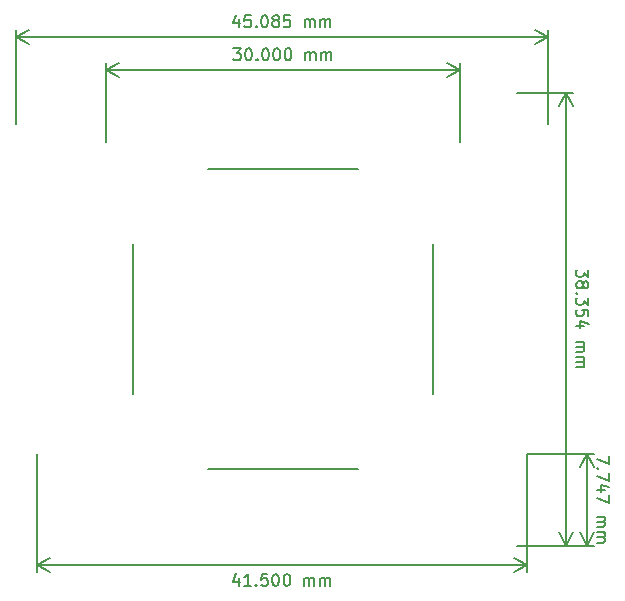
<source format=gbr>
%TF.GenerationSoftware,KiCad,Pcbnew,(5.1.10)-1*%
%TF.CreationDate,2023-09-09T18:44:11-05:00*%
%TF.ProjectId,perovskite_router,7065726f-7673-46b6-9974-655f726f7574,A*%
%TF.SameCoordinates,Original*%
%TF.FileFunction,OtherDrawing,Comment*%
%FSLAX46Y46*%
G04 Gerber Fmt 4.6, Leading zero omitted, Abs format (unit mm)*
G04 Created by KiCad (PCBNEW (5.1.10)-1) date 2023-09-09 18:44:11*
%MOMM*%
%LPD*%
G01*
G04 APERTURE LIST*
%ADD10C,0.150000*%
%ADD11C,0.200000*%
G04 APERTURE END LIST*
D10*
X182793784Y-109375995D02*
X182794094Y-110042661D01*
X181793895Y-109614555D01*
X181889509Y-110424034D02*
X181841913Y-110471675D01*
X181794271Y-110424078D01*
X181841868Y-110376437D01*
X181889509Y-110424034D01*
X181794271Y-110424078D01*
X182794448Y-110804566D02*
X182794758Y-111471233D01*
X181794559Y-111043126D01*
X182461801Y-112280911D02*
X181795134Y-112281221D01*
X182842643Y-112042639D02*
X182128246Y-111804876D01*
X182128534Y-112423923D01*
X182795333Y-112709328D02*
X182795643Y-113375994D01*
X181795444Y-112947888D01*
X181796174Y-114519316D02*
X182462841Y-114519006D01*
X182367603Y-114519050D02*
X182415244Y-114566647D01*
X182462907Y-114661863D01*
X182462974Y-114804720D01*
X182415399Y-114899981D01*
X182320183Y-114947644D01*
X181796374Y-114947887D01*
X182320183Y-114947644D02*
X182415443Y-114995219D01*
X182463107Y-115090435D01*
X182463173Y-115233292D01*
X182415598Y-115328552D01*
X182320382Y-115376215D01*
X181796573Y-115376459D01*
X181796794Y-115852649D02*
X182463461Y-115852339D01*
X182368223Y-115852384D02*
X182415864Y-115899981D01*
X182463527Y-115995197D01*
X182463593Y-116138054D01*
X182416019Y-116233314D01*
X182320803Y-116280977D01*
X181796993Y-116281221D01*
X182320803Y-116280977D02*
X182416063Y-116328552D01*
X182463726Y-116423768D01*
X182463793Y-116566625D01*
X182416218Y-116661885D01*
X182321002Y-116709549D01*
X181797192Y-116709792D01*
X180946092Y-109217639D02*
X180949692Y-116964639D01*
X175866000Y-109220000D02*
X181532513Y-109217367D01*
X175869600Y-116967000D02*
X181536113Y-116964367D01*
X180949692Y-116964639D02*
X180362748Y-115838408D01*
X180949692Y-116964639D02*
X181535589Y-115837863D01*
X180946092Y-109217639D02*
X180360195Y-110344415D01*
X180946092Y-109217639D02*
X181533036Y-110343870D01*
X151463833Y-72399714D02*
X151463833Y-73066380D01*
X151225738Y-72018761D02*
X150987642Y-72733047D01*
X151606690Y-72733047D01*
X152463833Y-72066380D02*
X151987642Y-72066380D01*
X151940023Y-72542571D01*
X151987642Y-72494952D01*
X152082880Y-72447333D01*
X152320976Y-72447333D01*
X152416214Y-72494952D01*
X152463833Y-72542571D01*
X152511452Y-72637809D01*
X152511452Y-72875904D01*
X152463833Y-72971142D01*
X152416214Y-73018761D01*
X152320976Y-73066380D01*
X152082880Y-73066380D01*
X151987642Y-73018761D01*
X151940023Y-72971142D01*
X152940023Y-72971142D02*
X152987642Y-73018761D01*
X152940023Y-73066380D01*
X152892404Y-73018761D01*
X152940023Y-72971142D01*
X152940023Y-73066380D01*
X153606690Y-72066380D02*
X153701928Y-72066380D01*
X153797166Y-72114000D01*
X153844785Y-72161619D01*
X153892404Y-72256857D01*
X153940023Y-72447333D01*
X153940023Y-72685428D01*
X153892404Y-72875904D01*
X153844785Y-72971142D01*
X153797166Y-73018761D01*
X153701928Y-73066380D01*
X153606690Y-73066380D01*
X153511452Y-73018761D01*
X153463833Y-72971142D01*
X153416214Y-72875904D01*
X153368595Y-72685428D01*
X153368595Y-72447333D01*
X153416214Y-72256857D01*
X153463833Y-72161619D01*
X153511452Y-72114000D01*
X153606690Y-72066380D01*
X154511452Y-72494952D02*
X154416214Y-72447333D01*
X154368595Y-72399714D01*
X154320976Y-72304476D01*
X154320976Y-72256857D01*
X154368595Y-72161619D01*
X154416214Y-72114000D01*
X154511452Y-72066380D01*
X154701928Y-72066380D01*
X154797166Y-72114000D01*
X154844785Y-72161619D01*
X154892404Y-72256857D01*
X154892404Y-72304476D01*
X154844785Y-72399714D01*
X154797166Y-72447333D01*
X154701928Y-72494952D01*
X154511452Y-72494952D01*
X154416214Y-72542571D01*
X154368595Y-72590190D01*
X154320976Y-72685428D01*
X154320976Y-72875904D01*
X154368595Y-72971142D01*
X154416214Y-73018761D01*
X154511452Y-73066380D01*
X154701928Y-73066380D01*
X154797166Y-73018761D01*
X154844785Y-72971142D01*
X154892404Y-72875904D01*
X154892404Y-72685428D01*
X154844785Y-72590190D01*
X154797166Y-72542571D01*
X154701928Y-72494952D01*
X155797166Y-72066380D02*
X155320976Y-72066380D01*
X155273357Y-72542571D01*
X155320976Y-72494952D01*
X155416214Y-72447333D01*
X155654309Y-72447333D01*
X155749547Y-72494952D01*
X155797166Y-72542571D01*
X155844785Y-72637809D01*
X155844785Y-72875904D01*
X155797166Y-72971142D01*
X155749547Y-73018761D01*
X155654309Y-73066380D01*
X155416214Y-73066380D01*
X155320976Y-73018761D01*
X155273357Y-72971142D01*
X157035261Y-73066380D02*
X157035261Y-72399714D01*
X157035261Y-72494952D02*
X157082880Y-72447333D01*
X157178119Y-72399714D01*
X157320976Y-72399714D01*
X157416214Y-72447333D01*
X157463833Y-72542571D01*
X157463833Y-73066380D01*
X157463833Y-72542571D02*
X157511452Y-72447333D01*
X157606690Y-72399714D01*
X157749547Y-72399714D01*
X157844785Y-72447333D01*
X157892404Y-72542571D01*
X157892404Y-73066380D01*
X158368595Y-73066380D02*
X158368595Y-72399714D01*
X158368595Y-72494952D02*
X158416214Y-72447333D01*
X158511452Y-72399714D01*
X158654309Y-72399714D01*
X158749547Y-72447333D01*
X158797166Y-72542571D01*
X158797166Y-73066380D01*
X158797166Y-72542571D02*
X158844785Y-72447333D01*
X158940023Y-72399714D01*
X159082880Y-72399714D01*
X159178119Y-72447333D01*
X159225738Y-72542571D01*
X159225738Y-73066380D01*
X177673000Y-73914000D02*
X132588000Y-73914000D01*
X177673000Y-81280000D02*
X177673000Y-73327579D01*
X132588000Y-81280000D02*
X132588000Y-73327579D01*
X132588000Y-73914000D02*
X133714504Y-73327579D01*
X132588000Y-73914000D02*
X133714504Y-74500421D01*
X177673000Y-73914000D02*
X176546496Y-73327579D01*
X177673000Y-73914000D02*
X176546496Y-74500421D01*
X181044619Y-93599523D02*
X181044619Y-94218571D01*
X180663666Y-93885238D01*
X180663666Y-94028095D01*
X180616047Y-94123333D01*
X180568428Y-94170952D01*
X180473190Y-94218571D01*
X180235095Y-94218571D01*
X180139857Y-94170952D01*
X180092238Y-94123333D01*
X180044619Y-94028095D01*
X180044619Y-93742380D01*
X180092238Y-93647142D01*
X180139857Y-93599523D01*
X180616047Y-94790000D02*
X180663666Y-94694761D01*
X180711285Y-94647142D01*
X180806523Y-94599523D01*
X180854142Y-94599523D01*
X180949380Y-94647142D01*
X180997000Y-94694761D01*
X181044619Y-94790000D01*
X181044619Y-94980476D01*
X180997000Y-95075714D01*
X180949380Y-95123333D01*
X180854142Y-95170952D01*
X180806523Y-95170952D01*
X180711285Y-95123333D01*
X180663666Y-95075714D01*
X180616047Y-94980476D01*
X180616047Y-94790000D01*
X180568428Y-94694761D01*
X180520809Y-94647142D01*
X180425571Y-94599523D01*
X180235095Y-94599523D01*
X180139857Y-94647142D01*
X180092238Y-94694761D01*
X180044619Y-94790000D01*
X180044619Y-94980476D01*
X180092238Y-95075714D01*
X180139857Y-95123333D01*
X180235095Y-95170952D01*
X180425571Y-95170952D01*
X180520809Y-95123333D01*
X180568428Y-95075714D01*
X180616047Y-94980476D01*
X180139857Y-95599523D02*
X180092238Y-95647142D01*
X180044619Y-95599523D01*
X180092238Y-95551904D01*
X180139857Y-95599523D01*
X180044619Y-95599523D01*
X181044619Y-95980476D02*
X181044619Y-96599523D01*
X180663666Y-96266190D01*
X180663666Y-96409047D01*
X180616047Y-96504285D01*
X180568428Y-96551904D01*
X180473190Y-96599523D01*
X180235095Y-96599523D01*
X180139857Y-96551904D01*
X180092238Y-96504285D01*
X180044619Y-96409047D01*
X180044619Y-96123333D01*
X180092238Y-96028095D01*
X180139857Y-95980476D01*
X181044619Y-97504285D02*
X181044619Y-97028095D01*
X180568428Y-96980476D01*
X180616047Y-97028095D01*
X180663666Y-97123333D01*
X180663666Y-97361428D01*
X180616047Y-97456666D01*
X180568428Y-97504285D01*
X180473190Y-97551904D01*
X180235095Y-97551904D01*
X180139857Y-97504285D01*
X180092238Y-97456666D01*
X180044619Y-97361428D01*
X180044619Y-97123333D01*
X180092238Y-97028095D01*
X180139857Y-96980476D01*
X180711285Y-98409047D02*
X180044619Y-98409047D01*
X181092238Y-98170952D02*
X180377952Y-97932857D01*
X180377952Y-98551904D01*
X180044619Y-99694761D02*
X180711285Y-99694761D01*
X180616047Y-99694761D02*
X180663666Y-99742380D01*
X180711285Y-99837619D01*
X180711285Y-99980476D01*
X180663666Y-100075714D01*
X180568428Y-100123333D01*
X180044619Y-100123333D01*
X180568428Y-100123333D02*
X180663666Y-100170952D01*
X180711285Y-100266190D01*
X180711285Y-100409047D01*
X180663666Y-100504285D01*
X180568428Y-100551904D01*
X180044619Y-100551904D01*
X180044619Y-101028095D02*
X180711285Y-101028095D01*
X180616047Y-101028095D02*
X180663666Y-101075714D01*
X180711285Y-101170952D01*
X180711285Y-101313809D01*
X180663666Y-101409047D01*
X180568428Y-101456666D01*
X180044619Y-101456666D01*
X180568428Y-101456666D02*
X180663666Y-101504285D01*
X180711285Y-101599523D01*
X180711285Y-101742380D01*
X180663666Y-101837619D01*
X180568428Y-101885238D01*
X180044619Y-101885238D01*
X179197000Y-78613000D02*
X179197000Y-116967000D01*
X175006000Y-78613000D02*
X179783421Y-78613000D01*
X175006000Y-116967000D02*
X179783421Y-116967000D01*
X179197000Y-116967000D02*
X178610579Y-115840496D01*
X179197000Y-116967000D02*
X179783421Y-115840496D01*
X179197000Y-78613000D02*
X178610579Y-79739504D01*
X179197000Y-78613000D02*
X179783421Y-79739504D01*
X151014527Y-74860380D02*
X151633575Y-74860380D01*
X151300242Y-75241333D01*
X151443099Y-75241333D01*
X151538337Y-75288952D01*
X151585956Y-75336571D01*
X151633575Y-75431809D01*
X151633575Y-75669904D01*
X151585956Y-75765142D01*
X151538337Y-75812761D01*
X151443099Y-75860380D01*
X151157384Y-75860380D01*
X151062146Y-75812761D01*
X151014527Y-75765142D01*
X152252623Y-74860380D02*
X152347861Y-74860380D01*
X152443099Y-74908000D01*
X152490718Y-74955619D01*
X152538337Y-75050857D01*
X152585956Y-75241333D01*
X152585956Y-75479428D01*
X152538337Y-75669904D01*
X152490718Y-75765142D01*
X152443099Y-75812761D01*
X152347861Y-75860380D01*
X152252623Y-75860380D01*
X152157384Y-75812761D01*
X152109765Y-75765142D01*
X152062146Y-75669904D01*
X152014527Y-75479428D01*
X152014527Y-75241333D01*
X152062146Y-75050857D01*
X152109765Y-74955619D01*
X152157384Y-74908000D01*
X152252623Y-74860380D01*
X153014527Y-75765142D02*
X153062146Y-75812761D01*
X153014527Y-75860380D01*
X152966908Y-75812761D01*
X153014527Y-75765142D01*
X153014527Y-75860380D01*
X153681194Y-74860380D02*
X153776432Y-74860380D01*
X153871670Y-74908000D01*
X153919289Y-74955619D01*
X153966908Y-75050857D01*
X154014527Y-75241333D01*
X154014527Y-75479428D01*
X153966908Y-75669904D01*
X153919289Y-75765142D01*
X153871670Y-75812761D01*
X153776432Y-75860380D01*
X153681194Y-75860380D01*
X153585956Y-75812761D01*
X153538337Y-75765142D01*
X153490718Y-75669904D01*
X153443099Y-75479428D01*
X153443099Y-75241333D01*
X153490718Y-75050857D01*
X153538337Y-74955619D01*
X153585956Y-74908000D01*
X153681194Y-74860380D01*
X154633575Y-74860380D02*
X154728813Y-74860380D01*
X154824051Y-74908000D01*
X154871670Y-74955619D01*
X154919289Y-75050857D01*
X154966908Y-75241333D01*
X154966908Y-75479428D01*
X154919289Y-75669904D01*
X154871670Y-75765142D01*
X154824051Y-75812761D01*
X154728813Y-75860380D01*
X154633575Y-75860380D01*
X154538337Y-75812761D01*
X154490718Y-75765142D01*
X154443099Y-75669904D01*
X154395480Y-75479428D01*
X154395480Y-75241333D01*
X154443099Y-75050857D01*
X154490718Y-74955619D01*
X154538337Y-74908000D01*
X154633575Y-74860380D01*
X155585956Y-74860380D02*
X155681194Y-74860380D01*
X155776432Y-74908000D01*
X155824051Y-74955619D01*
X155871670Y-75050857D01*
X155919289Y-75241333D01*
X155919289Y-75479428D01*
X155871670Y-75669904D01*
X155824051Y-75765142D01*
X155776432Y-75812761D01*
X155681194Y-75860380D01*
X155585956Y-75860380D01*
X155490718Y-75812761D01*
X155443099Y-75765142D01*
X155395480Y-75669904D01*
X155347861Y-75479428D01*
X155347861Y-75241333D01*
X155395480Y-75050857D01*
X155443099Y-74955619D01*
X155490718Y-74908000D01*
X155585956Y-74860380D01*
X157109765Y-75860380D02*
X157109765Y-75193714D01*
X157109765Y-75288952D02*
X157157384Y-75241333D01*
X157252623Y-75193714D01*
X157395480Y-75193714D01*
X157490718Y-75241333D01*
X157538337Y-75336571D01*
X157538337Y-75860380D01*
X157538337Y-75336571D02*
X157585956Y-75241333D01*
X157681194Y-75193714D01*
X157824051Y-75193714D01*
X157919289Y-75241333D01*
X157966908Y-75336571D01*
X157966908Y-75860380D01*
X158443099Y-75860380D02*
X158443099Y-75193714D01*
X158443099Y-75288952D02*
X158490718Y-75241333D01*
X158585956Y-75193714D01*
X158728813Y-75193714D01*
X158824051Y-75241333D01*
X158871670Y-75336571D01*
X158871670Y-75860380D01*
X158871670Y-75336571D02*
X158919289Y-75241333D01*
X159014527Y-75193714D01*
X159157384Y-75193714D01*
X159252623Y-75241333D01*
X159300242Y-75336571D01*
X159300242Y-75860380D01*
X140205004Y-76708000D02*
X170205004Y-76708000D01*
X140205004Y-82816000D02*
X140205004Y-76121579D01*
X170205004Y-82816000D02*
X170205004Y-76121579D01*
X170205004Y-76708000D02*
X169078500Y-77294421D01*
X170205004Y-76708000D02*
X169078500Y-76121579D01*
X140205004Y-76708000D02*
X141331508Y-77294421D01*
X140205004Y-76708000D02*
X141331508Y-76121579D01*
X151449333Y-119703714D02*
X151449333Y-120370380D01*
X151211238Y-119322761D02*
X150973142Y-120037047D01*
X151592190Y-120037047D01*
X152496952Y-120370380D02*
X151925523Y-120370380D01*
X152211238Y-120370380D02*
X152211238Y-119370380D01*
X152116000Y-119513238D01*
X152020761Y-119608476D01*
X151925523Y-119656095D01*
X152925523Y-120275142D02*
X152973142Y-120322761D01*
X152925523Y-120370380D01*
X152877904Y-120322761D01*
X152925523Y-120275142D01*
X152925523Y-120370380D01*
X153877904Y-119370380D02*
X153401714Y-119370380D01*
X153354095Y-119846571D01*
X153401714Y-119798952D01*
X153496952Y-119751333D01*
X153735047Y-119751333D01*
X153830285Y-119798952D01*
X153877904Y-119846571D01*
X153925523Y-119941809D01*
X153925523Y-120179904D01*
X153877904Y-120275142D01*
X153830285Y-120322761D01*
X153735047Y-120370380D01*
X153496952Y-120370380D01*
X153401714Y-120322761D01*
X153354095Y-120275142D01*
X154544571Y-119370380D02*
X154639809Y-119370380D01*
X154735047Y-119418000D01*
X154782666Y-119465619D01*
X154830285Y-119560857D01*
X154877904Y-119751333D01*
X154877904Y-119989428D01*
X154830285Y-120179904D01*
X154782666Y-120275142D01*
X154735047Y-120322761D01*
X154639809Y-120370380D01*
X154544571Y-120370380D01*
X154449333Y-120322761D01*
X154401714Y-120275142D01*
X154354095Y-120179904D01*
X154306476Y-119989428D01*
X154306476Y-119751333D01*
X154354095Y-119560857D01*
X154401714Y-119465619D01*
X154449333Y-119418000D01*
X154544571Y-119370380D01*
X155496952Y-119370380D02*
X155592190Y-119370380D01*
X155687428Y-119418000D01*
X155735047Y-119465619D01*
X155782666Y-119560857D01*
X155830285Y-119751333D01*
X155830285Y-119989428D01*
X155782666Y-120179904D01*
X155735047Y-120275142D01*
X155687428Y-120322761D01*
X155592190Y-120370380D01*
X155496952Y-120370380D01*
X155401714Y-120322761D01*
X155354095Y-120275142D01*
X155306476Y-120179904D01*
X155258857Y-119989428D01*
X155258857Y-119751333D01*
X155306476Y-119560857D01*
X155354095Y-119465619D01*
X155401714Y-119418000D01*
X155496952Y-119370380D01*
X157020761Y-120370380D02*
X157020761Y-119703714D01*
X157020761Y-119798952D02*
X157068380Y-119751333D01*
X157163619Y-119703714D01*
X157306476Y-119703714D01*
X157401714Y-119751333D01*
X157449333Y-119846571D01*
X157449333Y-120370380D01*
X157449333Y-119846571D02*
X157496952Y-119751333D01*
X157592190Y-119703714D01*
X157735047Y-119703714D01*
X157830285Y-119751333D01*
X157877904Y-119846571D01*
X157877904Y-120370380D01*
X158354095Y-120370380D02*
X158354095Y-119703714D01*
X158354095Y-119798952D02*
X158401714Y-119751333D01*
X158496952Y-119703714D01*
X158639809Y-119703714D01*
X158735047Y-119751333D01*
X158782666Y-119846571D01*
X158782666Y-120370380D01*
X158782666Y-119846571D02*
X158830285Y-119751333D01*
X158925523Y-119703714D01*
X159068380Y-119703714D01*
X159163619Y-119751333D01*
X159211238Y-119846571D01*
X159211238Y-120370380D01*
X134366000Y-118618000D02*
X175866000Y-118618000D01*
X134366000Y-109220000D02*
X134366000Y-119204421D01*
X175866000Y-109220000D02*
X175866000Y-119204421D01*
X175866000Y-118618000D02*
X174739496Y-119204421D01*
X175866000Y-118618000D02*
X174739496Y-118031579D01*
X134366000Y-118618000D02*
X135492504Y-119204421D01*
X134366000Y-118618000D02*
X135492504Y-118031579D01*
D11*
X161555004Y-85116000D02*
X148855004Y-85116000D01*
X167905004Y-104166000D02*
X167905004Y-91466000D01*
X148855004Y-110516000D02*
X161555004Y-110516000D01*
X142505004Y-91466000D02*
X142505004Y-104166000D01*
M02*

</source>
